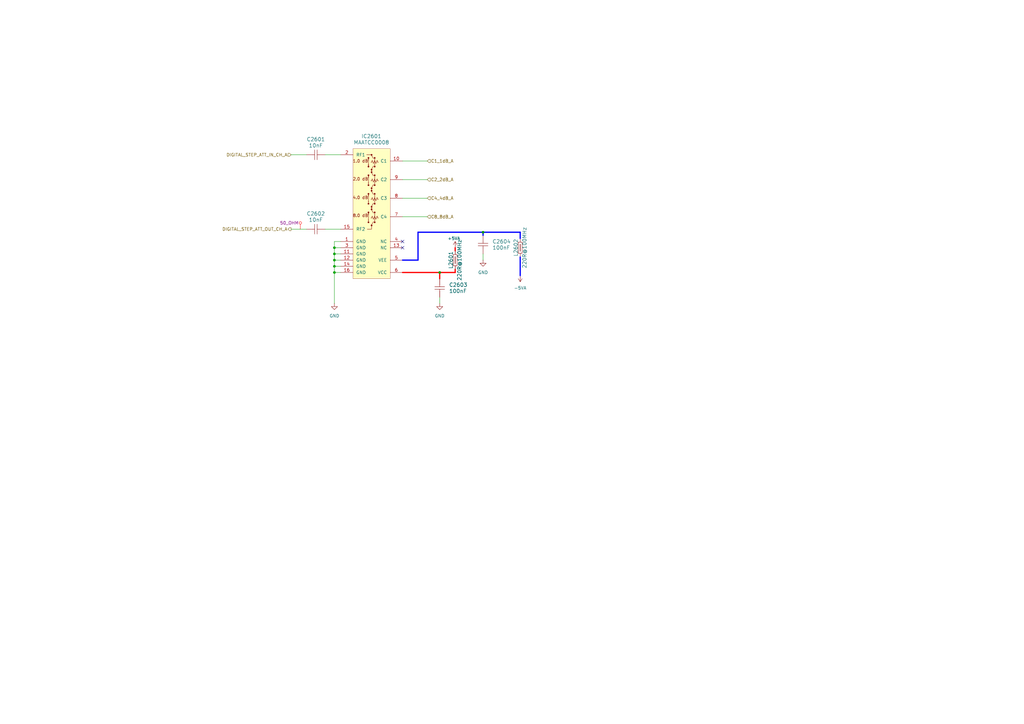
<source format=kicad_sch>
(kicad_sch (version 20250114) (generator "eeschema") (generator_version "9.0")
  (paper "A3")
  (title_block (date "2025-04-16") (company "CERN") (comment 1 "Design by A. Jevtic"))
  (lib_symbols
    (symbol "CERN:Analog & Interface/MAATCC0008" (pin_names (offset 1.27))
      (property "Reference" "IC" (at 7.62 1.27 0))
      (property "Value" "${DEVICE}" (at 7.62 -54.61 0))
      (symbol "Analog & Interface/MAATCC0008_1_0"
        (polyline (pts (xy 5.08 -5.588) (xy 4.826 -5.588)))
        (polyline (pts (xy 5.08 -13.208) (xy 4.826 -13.208)))
        (polyline (pts (xy 5.08 -20.828) (xy 4.826 -20.828)))
        (polyline (pts (xy 5.08 -28.448) (xy 4.826 -28.448)))
        (polyline (pts (xy 5.334 -4.826) (xy 5.08 -5.588)))
        (polyline (pts (xy 5.334 -4.826) (xy 5.842 -6.096) (xy 6.35 -4.826)))
        (polyline (pts (xy 5.334 -12.446) (xy 5.08 -13.208)))
        (polyline (pts (xy 5.334 -12.446) (xy 5.842 -13.716) (xy 6.35 -12.446)))
        (polyline (pts (xy 5.334 -20.066) (xy 5.08 -20.828)))
        (polyline (pts (xy 5.334 -20.066) (xy 5.842 -21.336) (xy 6.35 -20.066)))
        (polyline (pts (xy 5.334 -27.686) (xy 5.08 -28.448)))
        (polyline (pts (xy 5.334 -27.686) (xy 5.842 -28.956) (xy 6.35 -27.686)))
        (circle (center 6.35 -3.81) (radius 0.254) (fill (type outline)))
        (polyline (pts (xy 6.35 -7.112) (xy 6.35 -4.064)))
        (circle (center 6.35 -7.366) (radius 0.254) (fill (type outline)))
        (circle (center 6.35 -10.922) (radius 0.254) (fill (type outline)))
        (polyline (pts (xy 6.35 -14.732) (xy 6.35 -11.176)))
        (circle (center 6.35 -14.986) (radius 0.254) (fill (type outline)))
        (circle (center 6.35 -18.542) (radius 0.254) (fill (type outline)))
        (polyline (pts (xy 6.35 -22.352) (xy 6.35 -18.796)))
        (circle (center 6.35 -22.606) (radius 0.254) (fill (type outline)))
        (circle (center 6.35 -26.162) (radius 0.254) (fill (type outline)))
        (polyline (pts (xy 6.35 -29.972) (xy 6.35 -26.416)))
        (circle (center 6.35 -30.226) (radius 0.254) (fill (type outline)))
        (polyline (pts (xy 6.858 -4.064) (xy 7.62 -2.794)))
        (polyline (pts (xy 6.858 -11.176) (xy 7.62 -9.906)))
        (polyline (pts (xy 6.858 -18.796) (xy 7.62 -17.526)))
        (polyline (pts (xy 6.858 -26.416) (xy 7.62 -25.146)))
        (polyline (pts (xy 7.366 -4.826) (xy 7.62 -5.588)))
        (polyline (pts (xy 7.366 -4.826) (xy 6.858 -6.096) (xy 6.35 -4.826)))
        (polyline (pts (xy 7.366 -12.446) (xy 7.62 -13.208)))
        (polyline (pts (xy 7.366 -12.446) (xy 6.858 -13.716) (xy 6.35 -12.446)))
        (polyline (pts (xy 7.366 -20.066) (xy 7.62 -20.828)))
        (polyline (pts (xy 7.366 -20.066) (xy 6.858 -21.336) (xy 6.35 -20.066)))
        (polyline (pts (xy 7.366 -27.686) (xy 7.62 -28.448)))
        (polyline (pts (xy 7.366 -27.686) (xy 6.858 -28.956) (xy 6.35 -27.686)))
        (circle (center 7.62 -2.54) (radius 0.254) (fill (type outline)))
        (polyline (pts (xy 7.62 -5.588) (xy 7.874 -5.588)))
        (polyline (pts (xy 7.62 -8.382) (xy 6.858 -7.112)))
        (circle (center 7.62 -8.636) (radius 0.254) (fill (type outline)))
        (polyline (pts (xy 7.62 -8.89) (xy 7.62 -9.398)))
        (circle (center 7.62 -9.652) (radius 0.254) (fill (type outline)))
        (polyline (pts (xy 7.62 -13.208) (xy 7.874 -13.208)))
        (polyline (pts (xy 7.62 -16.002) (xy 6.858 -14.732)))
        (circle (center 7.62 -16.256) (radius 0.254) (fill (type outline)))
        (polyline (pts (xy 7.62 -16.51) (xy 7.62 -17.018)))
        (circle (center 7.62 -17.272) (radius 0.254) (fill (type outline)))
        (polyline (pts (xy 7.62 -20.828) (xy 7.874 -20.828)))
        (polyline (pts (xy 7.62 -23.622) (xy 6.858 -22.352)))
        (circle (center 7.62 -23.876) (radius 0.254) (fill (type outline)))
        (polyline (pts (xy 7.62 -24.13) (xy 7.62 -24.638)))
        (circle (center 7.62 -24.892) (radius 0.254) (fill (type outline)))
        (polyline (pts (xy 7.62 -28.448) (xy 7.874 -28.448)))
        (polyline (pts (xy 7.62 -31.242) (xy 6.858 -29.972)))
        (circle (center 7.62 -31.496) (radius 0.254) (fill (type outline)))
        (polyline (pts (xy 7.62 -31.75) (xy 7.62 -33.02) (xy 9.398 -33.02)))
        (circle (center 8.89 -3.81) (radius 0.254) (fill (type outline)))
        (polyline (pts (xy 8.89 -4.064) (xy 8.89 -4.826)))
        (polyline (pts (xy 8.89 -4.064) (xy 8.89 -7.112)))
        (polyline (pts (xy 8.89 -6.35) (xy 8.89 -7.112)))
        (circle (center 8.89 -7.366) (radius 0.254) (fill (type outline)))
        (circle (center 8.89 -10.922) (radius 0.254) (fill (type outline)))
        (polyline (pts (xy 8.89 -11.176) (xy 8.89 -11.938)))
        (polyline (pts (xy 8.89 -11.176) (xy 8.89 -14.224)))
        (polyline (pts (xy 8.89 -13.97) (xy 8.89 -14.732)))
        (circle (center 8.89 -14.986) (radius 0.254) (fill (type outline)))
        (circle (center 8.89 -18.542) (radius 0.254) (fill (type outline)))
        (polyline (pts (xy 8.89 -18.796) (xy 8.89 -19.558)))
        (polyline (pts (xy 8.89 -18.796) (xy 8.89 -21.844)))
        (polyline (pts (xy 8.89 -21.59) (xy 8.89 -22.352)))
        (circle (center 8.89 -22.606) (radius 0.254) (fill (type outline)))
        (circle (center 8.89 -26.162) (radius 0.254) (fill (type outline)))
        (polyline (pts (xy 8.89 -26.416) (xy 8.89 -27.178)))
        (polyline (pts (xy 8.89 -26.416) (xy 8.89 -29.464)))
        (polyline (pts (xy 8.89 -29.21) (xy 8.89 -29.972)))
        (circle (center 8.89 -30.226) (radius 0.254) (fill (type outline)))
        (polyline (pts (xy 9.652 -2.54) (xy 7.874 -2.54)))
        (rectangle (start 15.24 0) (end 0 -53.34) (stroke (width 0.0254) (color 128 0 0 1)) (fill (type background)))
        (text "1.0 dB" (at 12.192 -5.08 0) (effects (font (size 1.2192 1.2192))))
        (text "2.0 dB" (at 12.192 -12.446 0) (effects (font (size 1.2192 1.2192))))
        (text "4.0 dB" (at 12.192 -20.066 0) (effects (font (size 1.2192 1.2192))))
        (text "8.0 dB" (at 12.192 -27.432 0) (effects (font (size 1.2192 1.2192))))
        (pin input line (at -5.08 -5.08 0) (length 5.08) (name "C1") (number "10"))
        (pin input line (at -5.08 -12.7 0) (length 5.08) (name "C2") (number "9"))
        (pin input line (at -5.08 -20.32 0) (length 5.08) (name "C3") (number "8"))
        (pin input line (at -5.08 -27.94 0) (length 5.08) (name "C4") (number "7"))
        (pin passive line (at -5.08 -38.1 0) (length 5.08) (name "NC") (number "4"))
        (pin passive line (at -5.08 -40.64 0) (length 5.08) (name "NC") (number "13"))
        (pin power_in line (at -5.08 -45.72 0) (length 5.08) (name "VEE") (number "5"))
        (pin power_in line (at -5.08 -50.8 0) (length 5.08) (name "VCC") (number "6"))
        (pin power_in line (at 20.32 -2.54 180) (length 5.08) (name "RF1") (number "2"))
        (pin input line (at 20.32 -33.02 180) (length 5.08) (name "RF2") (number "15"))
        (pin power_in line (at 20.32 -38.1 180) (length 5.08) (name "GND") (number "1"))
        (pin power_in line (at 20.32 -40.64 180) (length 5.08) (name "GND") (number "3"))
        (pin power_in line (at 20.32 -43.18 180) (length 5.08) (name "GND") (number "11"))
        (pin power_in line (at 20.32 -45.72 180) (length 5.08) (name "GND") (number "12"))
        (pin power_in line (at 20.32 -48.26 180) (length 5.08) (name "GND") (number "14"))
        (pin power_in line (at 20.32 -50.8 180) (length 5.08) (name "GND") (number "16"))
      )
    )
    (symbol "CERN:Capacitors SMD/CC0402_100NF_50V_10%_X7R" (pin_numbers (hide yes)) (pin_names (offset 1.27) (hide yes))
      (property "Reference" "C" (at 3.81 3.048 0))
      (property "Value" "100nF" (at 3.81 -3.048 0))
      (symbol "Capacitors SMD/CC0402_100NF_50V_10%_X7R_1_0"
        (polyline (pts (xy 2.54 0) (xy 3.302 0)))
        (polyline (pts (xy 3.302 -2.032) (xy 3.302 2.032)))
        (polyline (pts (xy 4.318 2.032) (xy 4.318 -2.032)))
        (polyline (pts (xy 5.08 0) (xy 4.318 0)))
        (pin passive line (at 0 0 0) (length 2.54) (name "1") (number "1"))
        (pin passive line (at 7.62 0 180) (length 2.54) (name "2") (number "2"))
      )
    )
    (symbol "CERN:Capacitors SMD/CC0402_10NF_50V_5%_X7R" (pin_numbers (hide yes)) (pin_names (offset 1.27) (hide yes))
      (property "Reference" "C" (at 3.81 3.048 0))
      (property "Value" "10nF" (at 3.81 -3.048 0))
      (symbol "Capacitors SMD/CC0402_10NF_50V_5%_X7R_1_0"
        (polyline (pts (xy 2.54 0) (xy 3.302 0)))
        (polyline (pts (xy 3.302 -2.032) (xy 3.302 2.032)))
        (polyline (pts (xy 4.318 2.032) (xy 4.318 -2.032)))
        (polyline (pts (xy 5.08 0) (xy 4.318 0)))
        (pin passive line (at 0 0 0) (length 2.54) (name "1") (number "1"))
        (pin passive line (at 7.62 0 180) (length 2.54) (name "2") (number "2"))
      )
    )
    (symbol "CERN:Inductors SMD/IND0603_MURATA_BLM18SG221TN1 [alt]" (pin_numbers (hide yes)) (pin_names (offset 1.27) (hide yes))
      (property "Reference" "L" (at 3.81 1.778 0))
      (property "Value" "220R@100MHz" (at 3.81 -1.778 0))
      (symbol "Inductors SMD/IND0603_MURATA_BLM18SG221TN1 [alt]_1_0"
        (polyline (pts (xy 1.524 0.762) (xy 1.524 -0.762)))
        (polyline (pts (xy 1.524 -0.762) (xy 6.096 -0.762)))
        (rectangle (start 5.334 0.127) (end 2.286 -0.127) (stroke (width -0.0001)) (fill (type outline)))
        (polyline (pts (xy 6.096 0.762) (xy 1.524 0.762)))
        (polyline (pts (xy 6.096 -0.762) (xy 6.096 0.762)))
        (pin passive line (at 0 0 0) (length 1.524) (name "1") (number "1"))
        (pin passive line (at 7.62 0 180) (length 1.524) (name "2") (number "2"))
      )
    )
    (symbol "power:+5VA" (power) (pin_numbers (hide yes)) (pin_names (offset 0) (hide yes))
      (property "Value" "+5VA" (at 0 3.556 0))
      (symbol "+5VA_0_1"
        (polyline (pts (xy -0.762 1.27) (xy 0 2.54)))
        (polyline (pts (xy 0 2.54) (xy 0.762 1.27)))
        (polyline (pts (xy 0 0) (xy 0 2.54)))
      )
      (symbol "+5VA_1_1"
        (pin power_in line (at 0 0 90) (length 0) (name "~") (number "1"))
      )
    )
    (symbol "power:GND" (power) (pin_numbers (hide yes)) (pin_names (offset 0) (hide yes))
      (property "Value" "GND" (at 0 -3.81 0))
      (symbol "GND_0_1"
        (polyline (pts (xy 0 0) (xy 0 -1.27) (xy 1.27 -1.27) (xy 0 -2.54) (xy -1.27 -1.27) (xy 0 -1.27)))
      )
      (symbol "GND_1_1"
        (pin power_in line (at 0 0 270) (length 0) (name "~") (number "1"))
      )
    )
  )
  (junction (at 137.16 101.6))
  (junction (at 137.16 106.68))
  (junction (at 137.16 109.22))
  (junction (at 137.16 111.76))
  (junction (at 137.16 104.14))
  (junction (at 180.34 111.76))
  (junction (at 198.12 95.25))
  (no_connect (at 165.1 99.06))
  (no_connect (at 165.1 101.6))
  (wire (pts (xy 119.38 93.98) (xy 125.73 93.98)))
  (wire (pts (xy 186.69 101.6) (xy 186.69 102.87)) (stroke (width 0.508) (color 255 0 0 1)))
  (wire (pts (xy 165.1 73.66) (xy 175.26 73.66)))
  (wire (pts (xy 180.34 111.76) (xy 180.34 114.3)) (stroke (width 0.508) (color 255 0 0 1)))
  (wire (pts (xy 213.36 97.79) (xy 213.36 95.25)) (stroke (width 0.508) (color 0 0 255 1)))
  (wire (pts (xy 137.16 109.22) (xy 137.16 111.76)))
  (wire (pts (xy 137.16 106.68) (xy 137.16 109.22)))
  (wire (pts (xy 165.1 106.68) (xy 171.45 106.68)) (stroke (width 0.508) (color 0 0 255 1)))
  (wire (pts (xy 165.1 66.04) (xy 175.26 66.04)))
  (wire (pts (xy 137.16 104.14) (xy 137.16 106.68)))
  (wire (pts (xy 137.16 99.06) (xy 137.16 101.6)))
  (wire (pts (xy 171.45 95.25) (xy 171.45 106.68)) (stroke (width 0.508) (color 0 0 255 1)))
  (wire (pts (xy 180.34 121.92) (xy 180.34 124.46)))
  (wire (pts (xy 119.38 63.5) (xy 125.73 63.5)))
  (wire (pts (xy 137.16 101.6) (xy 137.16 104.14)))
  (wire (pts (xy 171.45 95.25) (xy 198.12 95.25)) (stroke (width 0.508) (color 0 0 255 1)))
  (wire (pts (xy 165.1 88.9) (xy 175.26 88.9)))
  (wire (pts (xy 133.35 93.98) (xy 139.7 93.98)))
  (wire (pts (xy 137.16 106.68) (xy 139.7 106.68)))
  (wire (pts (xy 198.12 95.25) (xy 198.12 96.52)) (stroke (width 0.508) (color 0 0 255 1)))
  (wire (pts (xy 213.36 105.41) (xy 213.36 113.03)) (stroke (width 0.508) (color 0 0 255 1)))
  (wire (pts (xy 198.12 95.25) (xy 213.36 95.25)) (stroke (width 0.508) (color 0 0 255 1)))
  (wire (pts (xy 137.16 99.06) (xy 139.7 99.06)))
  (wire (pts (xy 137.16 111.76) (xy 137.16 124.46)))
  (wire (pts (xy 137.16 111.76) (xy 139.7 111.76)))
  (wire (pts (xy 137.16 101.6) (xy 139.7 101.6)))
  (wire (pts (xy 137.16 109.22) (xy 139.7 109.22)))
  (wire (pts (xy 165.1 111.76) (xy 180.34 111.76)) (stroke (width 0.508) (color 255 0 0 1)))
  (wire (pts (xy 186.69 110.49) (xy 186.69 111.76)) (stroke (width 0.508) (color 255 0 0 1)))
  (wire (pts (xy 186.69 111.76) (xy 180.34 111.76)) (stroke (width 0.508) (color 255 0 0 1)))
  (wire (pts (xy 133.35 63.5) (xy 139.7 63.5)))
  (wire (pts (xy 137.16 104.14) (xy 139.7 104.14)))
  (wire (pts (xy 165.1 81.28) (xy 175.26 81.28)))
  (wire (pts (xy 198.12 104.14) (xy 198.12 106.68)))
  (hierarchical_label "C8_8dB_A" (shape input) (at 175.26 88.9 0))
  (hierarchical_label "DIGITAL_STEP_ATT_IN_CH_A" (shape input) (at 119.38 63.5 180))
  (hierarchical_label "C2_2dB_A" (shape input) (at 175.26 73.66 0))
  (hierarchical_label "DIGITAL_STEP_ATT_OUT_CH_A" (shape output) (at 119.38 93.98 180))
  (hierarchical_label "C1_1dB_A" (shape input) (at 175.26 66.04 0))
  (hierarchical_label "C4_4dB_A" (shape input) (at 175.26 81.28 0))
  (netclass_flag "" (length 2.54) (shape round) (at 123.19 93.98 0) (property "Netclass" "50_OHM" (at 122.4915 91.44 0) (effects (justify right))))
  (symbol (lib_id "CERN:Capacitors SMD/CC0402_10NF_50V_5%_X7R") (at 133.35 63.5 0) (mirror y) (unit 1)
    (property "Reference" "C701" (at 129.54 57.15 0) (effects (font (size 1.524 1.524))))
    (property "Value" "10nF" (at 129.54 59.69 0) (effects (font (size 1.524 1.524))))
    (property "Footprint" "Capacitors SMD:CAPC1005X55N" (effects (hide yes)))
    (property "Datasheet" "${CERN_DATASHEET_DIR}\\CC0402_X7R_KEMET.pdf" (effects (hide yes)))
    (property "Description" "SMD Multilayer Chip Ceramic Capacitor" (effects (hide yes)))
    (property "Manufacturer" "GENERIC" (effects (hide yes)))
    (property "Comment" "10nF" (effects (hide yes)))
    (property "Component Kind" "Standard" (effects (hide yes)))
    (property "Component Type" "Standard" (effects (hide yes)))
    (property "Pin Count" "2" (effects (hide yes)))
    (property "Status" "Preferred" (effects (hide yes)))
    (property "Voltage" "50V" (effects (hide yes)))
    (property "TC" "X7R" (effects (hide yes)))
    (property "Tolerance" "±5%" (effects (hide yes)))
    (property "Part Description" "SMD Multilayer Chip Ceramic Capacitor" (effects (hide yes)))
    (property "Manufacturer Part Number" "CC0402_10NF_50V_5%_X7R" (effects (hide yes)))
    (property "Case" "0402" (effects (hide yes)))
    (property "Mounted" "Yes" (effects (hide yes)))
    (property "Socket" "No" (effects (hide yes)))
    (property "SMD" "Yes" (effects (hide yes)))
    (property "Sense" "No" (effects (hide yes)))
    (property "Manufacturer1 Example" "KEMET" (effects (hide yes)))
    (property "Manufacturer1 Part Number" "C0402C103J5RAC" (effects (hide yes)))
    (property "Manufacturer1 ComponentHeight" "0.55mm" (effects (hide yes)))
    (property "HelpURL" "\\\\cern.ch\\dfs\\Applications\\Altium\\Datasheets\\CC0402_X7R_KEMET.pdf" (effects (hide yes)))
    (property "Author" "CERN DEM BC" (effects (hide yes)))
    (property "CreateDate" "2020-07-15 00:00:00 +0000" (effects (hide yes)))
    (property "LatestRevisionDate" "2020-07-15 00:00:00 +0000" (effects (hide yes)))
    (property "LibSymbol" "Capacitors:Capacitor - non polarized" (effects (hide yes)))
    (property "LibFootprint" "Capacitors SMD:CAPC1005X55N" (effects (hide yes)))
    (property "Part Number" "CC0402_10NF_50V_5%_X7R" (effects (hide yes)))
    (property "Database Name" "Capacitors" (effects (hide yes)))
    (property "Database Table Name" "Capacitors SMD" (effects (hide yes)))
    (property "Part Number Nocolon" "CC0402_10NF_50V_5%_X7R" (effects (hide yes)))
    (instances (project "" (path "" (reference "C2601") (unit 1)) (path "" (reference "C3801") (unit 1)) (path "" (reference "C4901") (unit 1)) (path "" (reference "C701") (unit 1))))
  )
  (symbol (lib_id "power:GND") (at 180.34 124.46 0) (unit 1)
    (property "Reference" "#PWR0702" (effects (hide yes)))
    (property "Value" "GND" (at 180.34 129.54 0))
    (property "Description" "Power symbol creates a global label with name \"GND\" , ground" (effects (hide yes)))
    (instances (project "" (path "" (reference "#PWR02602") (unit 1)) (path "" (reference "#PWR03802") (unit 1)) (path "" (reference "#PWR04902") (unit 1)) (path "" (reference "#PWR0702") (unit 1))))
  )
  (symbol (lib_id "CERN:Capacitors SMD/CC0402_100NF_50V_10%_X7R") (at 198.12 104.14 90) (unit 1)
    (property "Reference" "C704" (at 201.93 99.0599 90) (effects (font (size 1.524 1.524)) (justify right)))
    (property "Value" "100nF" (at 201.93 101.5999 90) (effects (font (size 1.524 1.524)) (justify right)))
    (property "Footprint" "Capacitors SMD:CAPC1005X55N" (effects (hide yes)))
    (property "Datasheet" "${CERN_DATASHEET_DIR}\\CC0402_MURATA_GRM155R71H104KE14D.pdf" (effects (hide yes)))
    (property "Description" "SMD Multilayer Chip Ceramic Capacitor" (effects (hide yes)))
    (property "Manufacturer" "GENERIC" (effects (hide yes)))
    (property "Part Number" "CC0402_100NF_50V_10%_X7R" (effects (hide yes)))
    (property "Comment" "100nF" (effects (hide yes)))
    (property "Component Kind" "Standard" (effects (hide yes)))
    (property "Component Type" "Standard" (effects (hide yes)))
    (property "Pin Count" "2" (effects (hide yes)))
    (property "Status" "None" (effects (hide yes)))
    (property "Voltage" "50V" (effects (hide yes)))
    (property "TC" "X7R" (effects (hide yes)))
    (property "Tolerance" "±10%" (effects (hide yes)))
    (property "Part Description" "SMD Multilayer Chip Ceramic Capacitor" (effects (hide yes)))
    (property "Manufacturer Part Number" "CC0402_100NF_50V_10%_X7R" (effects (hide yes)))
    (property "Case" "0402" (effects (hide yes)))
    (property "Mounted" "Yes" (effects (hide yes)))
    (property "Socket" "No" (effects (hide yes)))
    (property "SMD" "Yes" (effects (hide yes)))
    (property "Sense" "No" (effects (hide yes)))
    (property "Manufacturer1 Example" "MURATA" (effects (hide yes)))
    (property "Manufacturer1 Part Number" "GRM155R71H104KE14D" (effects (hide yes)))
    (property "Manufacturer1 ComponentHeight" "0.55mm" (effects (hide yes)))
    (property "HelpURL" "\\\\cern.ch\\dfs\\Applications\\Altium\\Datasheets\\CC0402_MURATA_GRM155R71H104KE14D.pdf" (effects (hide yes)))
    (property "Author" "CERN DEM MR" (effects (hide yes)))
    (property "CreateDate" "2017-06-30 00:00:00 +0000" (effects (hide yes)))
    (property "LatestRevisionDate" "2017-06-30 00:00:00 +0000" (effects (hide yes)))
    (property "LibSymbol" "Capacitors:Capacitor - non polarized" (effects (hide yes)))
    (property "LibFootprint" "Capacitors SMD:CAPC1005X55N" (effects (hide yes)))
    (property "Database Name" "Capacitors" (effects (hide yes)))
    (property "Database Table Name" "Capacitors SMD" (effects (hide yes)))
    (property "Part Number Nocolon" "CC0402_100NF_50V_10%_X7R" (effects (hide yes)))
    (instances (project "" (path "" (reference "C2604") (unit 1)) (path "" (reference "C3804") (unit 1)) (path "" (reference "C4904") (unit 1)) (path "" (reference "C704") (unit 1))))
  )
  (symbol (lib_id "power:GND") (at 137.16 124.46 0) (unit 1)
    (property "Reference" "#PWR0701" (effects (hide yes)))
    (property "Value" "GND" (at 137.16 129.54 0))
    (property "Description" "Power symbol creates a global label with name \"GND\" , ground" (effects (hide yes)))
    (instances (project "" (path "" (reference "#PWR02601") (unit 1)) (path "" (reference "#PWR03801") (unit 1)) (path "" (reference "#PWR04901") (unit 1)) (path "" (reference "#PWR0701") (unit 1))))
  )
  (symbol (lib_id "power:+5VA") (at 186.69 101.6 0) (unit 1)
    (property "Reference" "#PWR0703" (effects (hide yes)))
    (property "Value" "+5VA" (at 186.182 97.79 0))
    (property "Description" "Power symbol creates a global label with name \"+5VA\"" (effects (hide yes)))
    (instances (project "" (path "" (reference "#PWR02603") (unit 1)) (path "" (reference "#PWR03803") (unit 1)) (path "" (reference "#PWR04903") (unit 1)) (path "" (reference "#PWR0703") (unit 1))))
  )
  (symbol (lib_id "CERN:Capacitors SMD/CC0402_10NF_50V_5%_X7R") (at 133.35 93.98 0) (mirror y) (unit 1)
    (property "Reference" "C702" (at 129.54 87.63 0) (effects (font (size 1.524 1.524))))
    (property "Value" "10nF" (at 129.54 90.17 0) (effects (font (size 1.524 1.524))))
    (property "Footprint" "Capacitors SMD:CAPC1005X55N" (effects (hide yes)))
    (property "Datasheet" "${CERN_DATASHEET_DIR}\\CC0402_X7R_KEMET.pdf" (effects (hide yes)))
    (property "Description" "SMD Multilayer Chip Ceramic Capacitor" (effects (hide yes)))
    (property "Manufacturer" "GENERIC" (effects (hide yes)))
    (property "Comment" "10nF" (effects (hide yes)))
    (property "Component Kind" "Standard" (effects (hide yes)))
    (property "Component Type" "Standard" (effects (hide yes)))
    (property "Pin Count" "2" (effects (hide yes)))
    (property "Status" "Preferred" (effects (hide yes)))
    (property "Voltage" "50V" (effects (hide yes)))
    (property "TC" "X7R" (effects (hide yes)))
    (property "Tolerance" "±5%" (effects (hide yes)))
    (property "Part Description" "SMD Multilayer Chip Ceramic Capacitor" (effects (hide yes)))
    (property "Manufacturer Part Number" "CC0402_10NF_50V_5%_X7R" (effects (hide yes)))
    (property "Case" "0402" (effects (hide yes)))
    (property "Mounted" "Yes" (effects (hide yes)))
    (property "Socket" "No" (effects (hide yes)))
    (property "SMD" "Yes" (effects (hide yes)))
    (property "Sense" "No" (effects (hide yes)))
    (property "Manufacturer1 Example" "KEMET" (effects (hide yes)))
    (property "Manufacturer1 Part Number" "C0402C103J5RAC" (effects (hide yes)))
    (property "Manufacturer1 ComponentHeight" "0.55mm" (effects (hide yes)))
    (property "HelpURL" "\\\\cern.ch\\dfs\\Applications\\Altium\\Datasheets\\CC0402_X7R_KEMET.pdf" (effects (hide yes)))
    (property "Author" "CERN DEM BC" (effects (hide yes)))
    (property "CreateDate" "2020-07-15 00:00:00 +0000" (effects (hide yes)))
    (property "LatestRevisionDate" "2020-07-15 00:00:00 +0000" (effects (hide yes)))
    (property "LibSymbol" "Capacitors:Capacitor - non polarized" (effects (hide yes)))
    (property "LibFootprint" "Capacitors SMD:CAPC1005X55N" (effects (hide yes)))
    (property "Part Number" "CC0402_10NF_50V_5%_X7R" (effects (hide yes)))
    (property "Database Name" "Capacitors" (effects (hide yes)))
    (property "Database Table Name" "Capacitors SMD" (effects (hide yes)))
    (property "Part Number Nocolon" "CC0402_10NF_50V_5%_X7R" (effects (hide yes)))
    (instances (project "" (path "" (reference "C2602") (unit 1)) (path "" (reference "C3802") (unit 1)) (path "" (reference "C4902") (unit 1)) (path "" (reference "C702") (unit 1))))
  )
  (symbol (lib_id "CERN:Inductors SMD/IND0603_MURATA_BLM18SG221TN1 [alt]") (at 213.36 97.79 90) (mirror x) (unit 1)
    (property "Reference" "L702" (at 211.582 101.6 0) (effects (font (size 1.524 1.524))))
    (property "Value" "220R@100MHz" (at 215.138 101.6 0) (effects (font (size 1.524 1.524))))
    (property "Footprint" "Inductors SMD:INDC1608X95N" (effects (hide yes)))
    (property "Datasheet" "${CERN_DATASHEET_DIR}\\IND0603_MURATA_BLM18S.pdf" (effects (hide yes)))
    (property "Description" "SMD EMIFIL Suppression Chip Ferrite Bead" (effects (hide yes)))
    (property "Manufacturer" "MURATA" (effects (hide yes)))
    (property "Comment" "220R@100MHz" (effects (hide yes)))
    (property "Component Kind" "Standard" (effects (hide yes)))
    (property "Component Type" "Standard" (effects (hide yes)))
    (property "Pin Count" "2" (effects (hide yes)))
    (property "Power" "2.5A" (effects (hide yes)))
    (property "Resistance" "0.04R" (effects (hide yes)))
    (property "Tolerance" "±25%" (effects (hide yes)))
    (property "Part Description" "SMD EMIFIL Suppression Chip Ferrite Bead" (effects (hide yes)))
    (property "Manufacturer Part Number" "BLM18SG221TN1" (effects (hide yes)))
    (property "Case" "0603" (effects (hide yes)))
    (property "Mounted" "Yes" (effects (hide yes)))
    (property "Socket" "No" (effects (hide yes)))
    (property "SMD" "Yes" (effects (hide yes)))
    (property "Sense" "No" (effects (hide yes)))
    (property "ComponentHeight" "0.95mm" (effects (hide yes)))
    (property "HelpURL" "\\\\cern.ch\\dfs\\Applications\\Altium\\Datasheets\\IND0603_MURATA_BLM18S.pdf" (effects (hide yes)))
    (property "Author" "CERN DEM MR" (effects (hide yes)))
    (property "CreateDate" "2016-01-08 00:00:00 +0000" (effects (hide yes)))
    (property "LatestRevisionDate" "2018-10-25 00:00:00 +0000" (effects (hide yes)))
    (property "LibSymbol" "Inductors & Transformers:Ferrite Bead [alt]" (effects (hide yes)))
    (property "LibFootprint" "Inductors SMD:INDC1608X95N" (effects (hide yes)))
    (property "Part Number" "IND0603_MURATA_BLM18SG221TN1" (effects (hide yes)))
    (property "Database Name" "Inductors & Transformers" (effects (hide yes)))
    (property "Database Table Name" "Inductors SMD" (effects (hide yes)))
    (property "Part Number Nocolon" "IND0603_MURATA_BLM18SG221TN1 [alt]" (effects (hide yes)))
    (instances (project "" (path "" (reference "L2602") (unit 1)) (path "" (reference "L3802") (unit 1)) (path "" (reference "L4902") (unit 1)) (path "" (reference "L702") (unit 1))))
  )
  (symbol (lib_id "power:GND") (at 198.12 106.68 0) (unit 1)
    (property "Reference" "#PWR0704" (effects (hide yes)))
    (property "Value" "GND" (at 198.12 111.76 0))
    (property "Description" "Power symbol creates a global label with name \"GND\" , ground" (effects (hide yes)))
    (instances (project "" (path "" (reference "#PWR02604") (unit 1)) (path "" (reference "#PWR03804") (unit 1)) (path "" (reference "#PWR04904") (unit 1)) (path "" (reference "#PWR0704") (unit 1))))
  )
  (symbol (lib_id "CERN:Analog & Interface/MAATCC0008") (at 160.02 60.96 0) (mirror y) (unit 1)
    (property "Reference" "IC701" (at 152.3385 55.88 0) (effects (font (size 1.524 1.524))))
    (property "Value" "${DEVICE}" (at 152.3385 58.42 0) (effects (font (size 1.524 1.524))))
    (property "Footprint" "ICs And Semiconductors SMD:SOIC127P600X175-16N" (effects (hide yes)))
    (property "Datasheet" "${CERN_DATASHEET_DIR}\\MAATCC0008.pdf" (effects (hide yes)))
    (property "Description" "Digital Attenuator, 15.0 dB, 4-Bit, TTL Driver, DC-3.0 GHz" (effects (hide yes)))
    (property "Manufacturer" "MACOM" (effects (hide yes)))
    (property "Part Number" "MAATCC0008" (effects (hide yes)))
    (property "Comment" "MAATCC0008" (effects (hide yes)))
    (property "Component Kind" "Standard" (effects (hide yes)))
    (property "Component Type" "Standard" (effects (hide yes)))
    (property "Device" "MAATCC0008" (effects (hide yes)))
    (property "PackageDescription" "SOIC 16, Pitch 1.27mm - Body 4x10mm, IPC Medium Density" (effects (hide yes)))
    (property "Part Description" "Digital Attenuator, 15.0 dB, 4-Bit, TTL Driver, DC-3.0 GHz" (effects (hide yes)))
    (property "Manufacturer Part Number" "MAATCC0008" (effects (hide yes)))
    (property "Pin Count" "16" (effects (hide yes)))
    (property "Case" "SOIC16" (effects (hide yes)))
    (property "Mounted" "Yes" (effects (hide yes)))
    (property "Socket" "No" (effects (hide yes)))
    (property "SMD" "Yes" (effects (hide yes)))
    (property "PressFit" "No" (effects (hide yes)))
    (property "Sense" "No" (effects (hide yes)))
    (property "Bonding" "No" (effects (hide yes)))
    (property "ComponentHeight" "1.45mm" (effects (hide yes)))
    (property "Author" "CERN DEM HF" (effects (hide yes)))
    (property "HelpURL" "\\\\cern.ch\\dfs\\Applications\\Altium\\Datasheets\\MAATCC0008.pdf" (effects (hide yes)))
    (property "CreateDate" "2025-08-28 00:00:00 +0000" (effects (hide yes)))
    (property "LatestRevisionDate" "2025-08-28 00:00:00 +0000" (effects (hide yes)))
    (property "LibSymbol" "Analog & Interface:MAATCC0008" (effects (hide yes)))
    (property "LibFootprint" "ICs And Semiconductors SMD:SOIC127P600X175-16N" (effects (hide yes)))
    (property "Database Name" "ICs And Semiconductors" (effects (hide yes)))
    (property "Database Table Name" "Analog & Interface" (effects (hide yes)))
    (property "Part Number Nocolon" "MAATCC0008" (effects (hide yes)))
    (instances (project "" (path "" (reference "IC2601") (unit 1)) (path "" (reference "IC3801") (unit 1)) (path "" (reference "IC4901") (unit 1)) (path "" (reference "IC701") (unit 1))))
  )
  (symbol (lib_id "CERN:Capacitors SMD/CC0402_100NF_50V_10%_X7R") (at 180.34 121.92 90) (unit 1)
    (property "Reference" "C703" (at 184.15 116.8399 90) (effects (font (size 1.524 1.524)) (justify right)))
    (property "Value" "100nF" (at 184.15 119.3799 90) (effects (font (size 1.524 1.524)) (justify right)))
    (property "Footprint" "Capacitors SMD:CAPC1005X55N" (effects (hide yes)))
    (property "Datasheet" "${CERN_DATASHEET_DIR}\\CC0402_MURATA_GRM155R71H104KE14D.pdf" (effects (hide yes)))
    (property "Description" "SMD Multilayer Chip Ceramic Capacitor" (effects (hide yes)))
    (property "Manufacturer" "GENERIC" (effects (hide yes)))
    (property "Part Number" "CC0402_100NF_50V_10%_X7R" (effects (hide yes)))
    (property "Comment" "100nF" (effects (hide yes)))
    (property "Component Kind" "Standard" (effects (hide yes)))
    (property "Component Type" "Standard" (effects (hide yes)))
    (property "Pin Count" "2" (effects (hide yes)))
    (property "Status" "None" (effects (hide yes)))
    (property "Voltage" "50V" (effects (hide yes)))
    (property "TC" "X7R" (effects (hide yes)))
    (property "Tolerance" "±10%" (effects (hide yes)))
    (property "Part Description" "SMD Multilayer Chip Ceramic Capacitor" (effects (hide yes)))
    (property "Manufacturer Part Number" "CC0402_100NF_50V_10%_X7R" (effects (hide yes)))
    (property "Case" "0402" (effects (hide yes)))
    (property "Mounted" "Yes" (effects (hide yes)))
    (property "Socket" "No" (effects (hide yes)))
    (property "SMD" "Yes" (effects (hide yes)))
    (property "Sense" "No" (effects (hide yes)))
    (property "Manufacturer1 Example" "MURATA" (effects (hide yes)))
    (property "Manufacturer1 Part Number" "GRM155R71H104KE14D" (effects (hide yes)))
    (property "Manufacturer1 ComponentHeight" "0.55mm" (effects (hide yes)))
    (property "HelpURL" "\\\\cern.ch\\dfs\\Applications\\Altium\\Datasheets\\CC0402_MURATA_GRM155R71H104KE14D.pdf" (effects (hide yes)))
    (property "Author" "CERN DEM MR" (effects (hide yes)))
    (property "CreateDate" "2017-06-30 00:00:00 +0000" (effects (hide yes)))
    (property "LatestRevisionDate" "2017-06-30 00:00:00 +0000" (effects (hide yes)))
    (property "LibSymbol" "Capacitors:Capacitor - non polarized" (effects (hide yes)))
    (property "LibFootprint" "Capacitors SMD:CAPC1005X55N" (effects (hide yes)))
    (property "Database Name" "Capacitors" (effects (hide yes)))
    (property "Database Table Name" "Capacitors SMD" (effects (hide yes)))
    (property "Part Number Nocolon" "CC0402_100NF_50V_10%_X7R" (effects (hide yes)))
    (instances (project "" (path "" (reference "C2603") (unit 1)) (path "" (reference "C3803") (unit 1)) (path "" (reference "C4903") (unit 1)) (path "" (reference "C703") (unit 1))))
  )
  (symbol (lib_id "power:+5VA") (at 213.36 113.03 180) (unit 1)
    (property "Reference" "#PWR0705" (effects (hide yes)))
    (property "Value" "-5VA" (at 213.36 118.11 0))
    (property "Description" "Power symbol creates a global label with name \"+5VA\"" (effects (hide yes)))
    (instances (project "" (path "" (reference "#PWR02605") (unit 1)) (path "" (reference "#PWR03805") (unit 1)) (path "" (reference "#PWR04905") (unit 1)) (path "" (reference "#PWR0705") (unit 1))))
  )
  (symbol (lib_id "CERN:Inductors SMD/IND0603_MURATA_BLM18SG221TN1 [alt]") (at 186.69 102.87 90) (mirror x) (unit 1)
    (property "Reference" "L701" (at 184.912 106.68 0) (effects (font (size 1.524 1.524))))
    (property "Value" "220R@100MHz" (at 188.468 106.68 0) (effects (font (size 1.524 1.524))))
    (property "Footprint" "Inductors SMD:INDC1608X95N" (effects (hide yes)))
    (property "Datasheet" "${CERN_DATASHEET_DIR}\\IND0603_MURATA_BLM18S.pdf" (effects (hide yes)))
    (property "Description" "SMD EMIFIL Suppression Chip Ferrite Bead" (effects (hide yes)))
    (property "Manufacturer" "MURATA" (effects (hide yes)))
    (property "Comment" "220R@100MHz" (effects (hide yes)))
    (property "Component Kind" "Standard" (effects (hide yes)))
    (property "Component Type" "Standard" (effects (hide yes)))
    (property "Pin Count" "2" (effects (hide yes)))
    (property "Power" "2.5A" (effects (hide yes)))
    (property "Resistance" "0.04R" (effects (hide yes)))
    (property "Tolerance" "±25%" (effects (hide yes)))
    (property "Part Description" "SMD EMIFIL Suppression Chip Ferrite Bead" (effects (hide yes)))
    (property "Manufacturer Part Number" "BLM18SG221TN1" (effects (hide yes)))
    (property "Case" "0603" (effects (hide yes)))
    (property "Mounted" "Yes" (effects (hide yes)))
    (property "Socket" "No" (effects (hide yes)))
    (property "SMD" "Yes" (effects (hide yes)))
    (property "Sense" "No" (effects (hide yes)))
    (property "ComponentHeight" "0.95mm" (effects (hide yes)))
    (property "HelpURL" "\\\\cern.ch\\dfs\\Applications\\Altium\\Datasheets\\IND0603_MURATA_BLM18S.pdf" (effects (hide yes)))
    (property "Author" "CERN DEM MR" (effects (hide yes)))
    (property "CreateDate" "2016-01-08 00:00:00 +0000" (effects (hide yes)))
    (property "LatestRevisionDate" "2018-10-25 00:00:00 +0000" (effects (hide yes)))
    (property "LibSymbol" "Inductors & Transformers:Ferrite Bead [alt]" (effects (hide yes)))
    (property "LibFootprint" "Inductors SMD:INDC1608X95N" (effects (hide yes)))
    (property "Part Number" "IND0603_MURATA_BLM18SG221TN1" (effects (hide yes)))
    (property "Database Name" "Inductors & Transformers" (effects (hide yes)))
    (property "Database Table Name" "Inductors SMD" (effects (hide yes)))
    (property "Part Number Nocolon" "IND0603_MURATA_BLM18SG221TN1 [alt]" (effects (hide yes)))
    (instances (project "" (path "" (reference "L2601") (unit 1)) (path "" (reference "L3801") (unit 1)) (path "" (reference "L4901") (unit 1)) (path "" (reference "L701") (unit 1))))
  )
)
</source>
